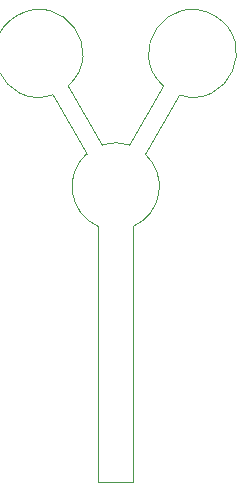
<source format=gbr>
%TF.GenerationSoftware,KiCad,Pcbnew,8.0.8-8.0.8-0~ubuntu22.04.1*%
%TF.CreationDate,2025-03-19T14:37:52-04:00*%
%TF.ProjectId,hpk_5mm,68706b5f-356d-46d2-9e6b-696361645f70,rev?*%
%TF.SameCoordinates,Original*%
%TF.FileFunction,Profile,NP*%
%FSLAX46Y46*%
G04 Gerber Fmt 4.6, Leading zero omitted, Abs format (unit mm)*
G04 Created by KiCad (PCBNEW 8.0.8-8.0.8-0~ubuntu22.04.1) date 2025-03-19 14:37:52*
%MOMM*%
%LPD*%
G01*
G04 APERTURE LIST*
%TA.AperFunction,Profile*%
%ADD10C,0.100000*%
%TD*%
G04 APERTURE END LIST*
D10*
X145337880Y-77745242D02*
G75*
G02*
X147662119Y-77745242I1162120J-3512658D01*
G01*
X145000000Y-84640306D02*
X145000000Y-106258000D01*
X148961148Y-78495258D02*
X151837880Y-73512759D01*
X141162120Y-73512759D02*
X144038852Y-78495258D01*
X141162120Y-73512759D02*
G75*
G02*
X142461148Y-72762743I-1162120J3512759D01*
G01*
X142461148Y-72762743D02*
X145337880Y-77745242D01*
X148000000Y-84640305D02*
X148000000Y-106258000D01*
X150538851Y-72762742D02*
G75*
G02*
X151837880Y-73512759I2461149J2762742D01*
G01*
X145000000Y-84640306D02*
G75*
G02*
X144038852Y-78495258I1500000J3382306D01*
G01*
X147662118Y-77745244D02*
X150538851Y-72762742D01*
X148000000Y-106258000D02*
X145000000Y-106258000D01*
X148961148Y-78495258D02*
G75*
G02*
X148000000Y-84640306I-2461148J-2762742D01*
G01*
M02*

</source>
